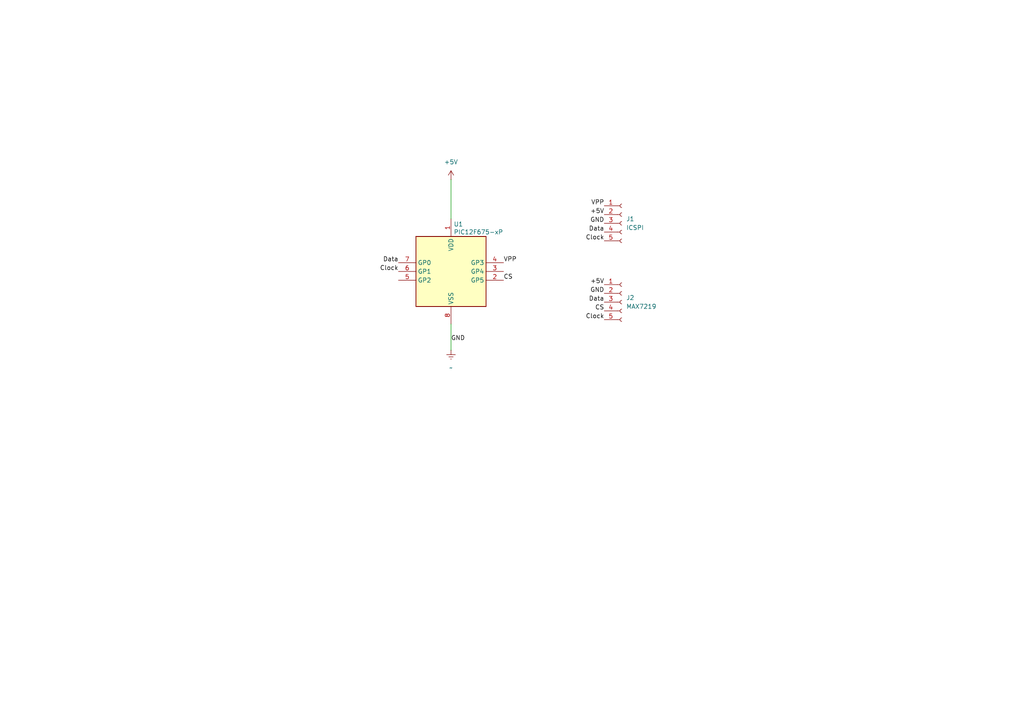
<source format=kicad_sch>
(kicad_sch (version 20231120) (generator "eeschema") (generator_version "8.0")
  (paper "A4")
  (lib_symbols
    (symbol "Connector:Conn_01x05_Socket" (pin_names (offset 1.016) hide)
      (property "Reference" "J" (at 0 7.62 0))
      (property "Value" "Conn_01x05_Socket" (at 0 -7.62 0))
      (symbol "Conn_01x05_Socket_1_1"
        (arc (start 0 -4.572) (mid -0.5058 -5.08) (end 0 -5.588) (stroke (width 0.1524)))
        (arc (start 0 -2.032) (mid -0.5058 -2.54) (end 0 -3.048) (stroke (width 0.1524)))
        (polyline (pts (xy -1.27 -5.08) (xy -0.508 -5.08)) (stroke (width 0.1524)))
        (polyline (pts (xy -1.27 -2.54) (xy -0.508 -2.54)) (stroke (width 0.1524)))
        (polyline (pts (xy -1.27 0) (xy -0.508 0)) (stroke (width 0.1524)))
        (polyline (pts (xy -1.27 2.54) (xy -0.508 2.54)) (stroke (width 0.1524)))
        (polyline (pts (xy -1.27 5.08) (xy -0.508 5.08)) (stroke (width 0.1524)))
        (arc (start 0 0.508) (mid -0.5058 0) (end 0 -0.508) (stroke (width 0.1524)))
        (arc (start 0 3.048) (mid -0.5058 2.54) (end 0 2.032) (stroke (width 0.1524)))
        (arc (start 0 5.588) (mid -0.5058 5.08) (end 0 4.572) (stroke (width 0.1524)))
        (pin passive line (at -5.08 5.08 0) (length 3.81) (name "Pin_1") (number "1"))
        (pin passive line (at -5.08 2.54 0) (length 3.81) (name "Pin_2") (number "2"))
        (pin passive line (at -5.08 0 0) (length 3.81) (name "Pin_3") (number "3"))
        (pin passive line (at -5.08 -2.54 0) (length 3.81) (name "Pin_4") (number "4"))
        (pin passive line (at -5.08 -5.08 0) (length 3.81) (name "Pin_5") (number "5"))
      )
    )
    (symbol "MCU_Microchip_PIC12:PIC12F675-xP"
      (property "Reference" "U" (at 1.27 13.97 0))
      (property "Value" "PIC12F675-xP" (at 1.27 11.43 0))
      (symbol "PIC12F675-xP_0_1"
        (rectangle (start 10.16 -10.16) (end -10.16 10.16) (stroke (width 0.254)) (fill (type background)))
      )
      (symbol "PIC12F675-xP_1_1"
        (pin power_in line (at 0 15.24 270) (length 5.08) (name "VDD") (number "1"))
        (pin bidirectional line (at 15.24 -2.54 180) (length 5.08) (name "GP5") (number "2"))
        (pin bidirectional line (at 15.24 0 180) (length 5.08) (name "GP4") (number "3"))
        (pin input line (at 15.24 2.54 180) (length 5.08) (name "GP3") (number "4"))
        (pin bidirectional line (at -15.24 -2.54 0) (length 5.08) (name "GP2") (number "5"))
        (pin bidirectional line (at -15.24 0 0) (length 5.08) (name "GP1") (number "6"))
        (pin bidirectional line (at -15.24 2.54 0) (length 5.08) (name "GP0") (number "7"))
        (pin power_in line (at 0 -15.24 90) (length 5.08) (name "VSS") (number "8"))
      )
    )
    (symbol "power:+5V" (power) (pin_numbers hide) (pin_names (offset 0) hide)
      (property "Value" "+5V" (at 0 3.556 0))
      (symbol "+5V_0_1"
        (polyline (pts (xy -0.762 1.27) (xy 0 2.54)))
        (polyline (pts (xy 0 0) (xy 0 2.54)))
        (polyline (pts (xy 0 2.54) (xy 0.762 1.27)))
      )
      (symbol "+5V_1_1"
        (pin power_in line (at 0 0 90) (length 0) (name "~") (number "1"))
      )
    )
    (symbol "power:Earth" (power) (pin_numbers hide) (pin_names (offset 0) hide)
      (property "Value" "Earth" (at 0 -3.81 0))
      (symbol "Earth_0_1"
        (polyline (pts (xy -0.635 -1.905) (xy 0.635 -1.905)))
        (polyline (pts (xy -0.127 -2.54) (xy 0.127 -2.54)))
        (polyline (pts (xy 0 -1.27) (xy 0 0)))
        (polyline (pts (xy 1.27 -1.27) (xy -1.27 -1.27)))
      )
      (symbol "Earth_1_1"
        (pin power_in line (at 0 0 270) (length 0) (name "~") (number "1"))
      )
    )
  )
  (wire (pts (xy 130.81 93.98) (xy 130.81 101.6)))
  (wire (pts (xy 130.81 52.07) (xy 130.81 63.5)))
  (label "+5V" (at 175.26 82.55 180))
  (label "Data" (at 175.26 87.63 180))
  (label "Data" (at 175.26 67.31 180))
  (label "CS" (at 146.05 81.28 0))
  (label "GND" (at 175.26 85.09 180))
  (label "VPP" (at 146.05 76.2 0))
  (label "CS" (at 175.26 90.17 180))
  (label "+5V" (at 175.26 62.23 180))
  (label "Data" (at 115.57 76.2 180))
  (label "Clock" (at 175.26 92.71 180))
  (label "Clock" (at 175.26 69.85 180))
  (label "VPP" (at 175.26 59.69 180))
  (label "GND" (at 175.26 64.77 180))
  (label "Clock" (at 115.57 78.74 180))
  (label "GND" (at 130.81 99.06 0))
  (symbol (lib_id "Connector:Conn_01x05_Socket") (at 180.34 64.77 0) (unit 1)
    (property "Reference" "J1" (at 181.61 63.4999 0) (effects (justify left)))
    (property "Value" "ICSPI" (at 181.61 66.0399 0) (effects (justify left)))
    (property "Description" "Generic connector, single row, 01x05, script generated" (effects (hide yes)))
  )
  (symbol (lib_id "Connector:Conn_01x05_Socket") (at 180.34 87.63 0) (unit 1)
    (property "Reference" "J2" (at 181.61 86.3599 0) (effects (justify left)))
    (property "Value" "MAX7219" (at 181.61 88.8999 0) (effects (justify left)))
    (property "Description" "Generic connector, single row, 01x05, script generated" (effects (hide yes)))
  )
  (symbol (lib_id "power:+5V") (at 130.81 52.07 0) (unit 1)
    (property "Reference" "#PWR1" (effects (hide yes)))
    (property "Value" "+5V" (at 130.81 46.99 0))
    (property "Description" "Power symbol creates a global label with name \"+5V\"" (effects (hide yes)))
  )
  (symbol (lib_id "MCU_Microchip_PIC12:PIC12F675-xP") (at 130.81 78.74 0) (unit 1)
    (property "Reference" "U1" (at 131.572 65.024 0) (effects (justify left)))
    (property "Value" "PIC12F675-xP" (at 131.572 67.31 0) (effects (justify left)))
    (property "Footprint" "Package_DIP:DIP-8_W7.62mm" (effects (hide yes)))
    (property "Datasheet" "https://ww1.microchip.com/downloads/en/DeviceDoc/41190G.pdf" (effects (hide yes)))
    (property "Description" "1024W Flash, 64B SRAM, 128B EEPROM, PDIP-8" (effects (hide yes)))
  )
  (symbol (lib_id "power:Earth") (at 130.81 101.6 0) (unit 1)
    (property "Reference" "#PWR2" (effects (hide yes)))
    (property "Value" "~" (at 130.81 106.68 0))
    (property "Description" "Power symbol creates a global label with name \"Earth\"" (effects (hide yes)))
  )
)
</source>
